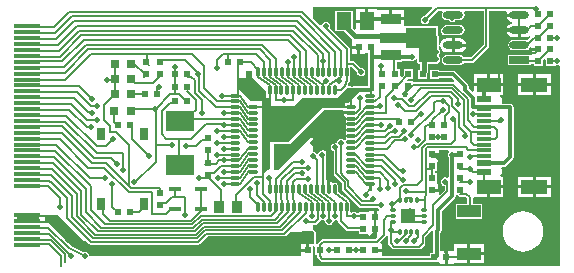
<source format=gtl>
G04*
G04 #@! TF.GenerationSoftware,Altium Limited,Altium Designer,18.1.7 (191)*
G04*
G04 Layer_Physical_Order=1*
G04 Layer_Color=255*
%FSLAX44Y44*%
%MOMM*%
G71*
G01*
G75*
%ADD10C,0.2000*%
%ADD12C,0.1500*%
%ADD13R,2.2500X0.3500*%
%ADD14R,0.8000X0.8000*%
%ADD15R,0.6000X0.6000*%
%ADD16R,0.6000X0.6000*%
%ADD17R,2.0000X1.1000*%
%ADD18R,1.7000X0.6500*%
%ADD19O,1.7000X0.6500*%
%ADD20R,2.6000X1.7000*%
%ADD21R,1.7000X0.9000*%
%ADD22R,2.5000X0.9000*%
%ADD23R,1.0000X0.4500*%
%ADD24R,0.2800X0.2800*%
%ADD25O,0.2800X0.6600*%
%ADD26O,0.6600X0.2800*%
%ADD27R,1.2500X1.2500*%
%ADD28R,1.3000X1.5000*%
%ADD29R,1.1500X0.6000*%
%ADD30R,1.1500X0.3000*%
%ADD31R,0.9300X0.9800*%
%ADD32R,0.7000X1.1000*%
G04:AMPARAMS|DCode=33|XSize=0.3mm|YSize=0.8mm|CornerRadius=0.075mm|HoleSize=0mm|Usage=FLASHONLY|Rotation=180.000|XOffset=0mm|YOffset=0mm|HoleType=Round|Shape=RoundedRectangle|*
%AMROUNDEDRECTD33*
21,1,0.3000,0.6500,0,0,180.0*
21,1,0.1500,0.8000,0,0,180.0*
1,1,0.1500,-0.0750,0.3250*
1,1,0.1500,0.0750,0.3250*
1,1,0.1500,0.0750,-0.3250*
1,1,0.1500,-0.0750,-0.3250*
%
%ADD33ROUNDEDRECTD33*%
G04:AMPARAMS|DCode=34|XSize=0.3mm|YSize=0.8mm|CornerRadius=0.075mm|HoleSize=0mm|Usage=FLASHONLY|Rotation=90.000|XOffset=0mm|YOffset=0mm|HoleType=Round|Shape=RoundedRectangle|*
%AMROUNDEDRECTD34*
21,1,0.3000,0.6500,0,0,90.0*
21,1,0.1500,0.8000,0,0,90.0*
1,1,0.1500,0.3250,0.0750*
1,1,0.1500,0.3250,-0.0750*
1,1,0.1500,-0.3250,-0.0750*
1,1,0.1500,-0.3250,0.0750*
%
%ADD34ROUNDEDRECTD34*%
%ADD35R,2.4000X1.7000*%
%ADD64C,0.3000*%
%ADD65C,0.4000*%
%ADD66R,1.6000X0.4000*%
%ADD67R,3.6000X0.4000*%
%ADD68R,1.5000X2.2000*%
%ADD69R,0.6000X0.8000*%
%ADD70R,0.4000X3.7000*%
%ADD71R,1.9000X0.6000*%
%ADD72R,2.0000X1.2000*%
%ADD73R,2.3000X1.2000*%
%ADD74C,0.5080*%
G36*
X524222Y502827D02*
X518004Y496609D01*
X518000Y496609D01*
X516619Y496335D01*
X515448Y495552D01*
X514665Y494381D01*
X514391Y493000D01*
X514665Y491619D01*
X515448Y490448D01*
X516619Y489665D01*
X518000Y489391D01*
X519381Y489665D01*
X520552Y490448D01*
X521335Y491619D01*
X521609Y493000D01*
X521609Y493004D01*
X529056Y500451D01*
X532350D01*
X533029Y499181D01*
X532747Y498758D01*
X532417Y497100D01*
X532747Y495442D01*
X533686Y494036D01*
X535092Y493097D01*
X536750Y492767D01*
X538235D01*
X538448Y492448D01*
X539619Y491665D01*
X541000Y491391D01*
X542381Y491665D01*
X543552Y492448D01*
X543765Y492767D01*
X547250D01*
X548908Y493097D01*
X550314Y494036D01*
X551253Y495442D01*
X551583Y497100D01*
X551253Y498758D01*
X550971Y499181D01*
X551650Y500451D01*
X567706D01*
Y471950D01*
X557050Y461294D01*
X550829D01*
X550314Y462064D01*
X548908Y463003D01*
X547250Y463333D01*
X536750D01*
X535092Y463003D01*
X533686Y462064D01*
X532747Y460658D01*
X532417Y459000D01*
X532747Y457342D01*
X533686Y455936D01*
X535092Y454997D01*
X536750Y454667D01*
X547250D01*
X548908Y454997D01*
X550314Y455936D01*
X550829Y456706D01*
X558000D01*
X558878Y456881D01*
X559622Y457378D01*
X571622Y469378D01*
X572119Y470122D01*
X572294Y471000D01*
Y500706D01*
X586849D01*
X587448Y499586D01*
X587296Y499359D01*
X587099Y498370D01*
X598000D01*
Y495830D01*
X587099D01*
X587296Y494841D01*
X588576Y492926D01*
X590491Y491646D01*
X591740Y491397D01*
Y490103D01*
X590491Y489854D01*
X588576Y488574D01*
X587296Y486659D01*
X587099Y485670D01*
X598000D01*
Y484400D01*
X599270D01*
Y478497D01*
X603250D01*
X605509Y478946D01*
X606704Y479744D01*
X607514Y478758D01*
X604534Y475778D01*
X603250Y476033D01*
X592750D01*
X591092Y475703D01*
X589686Y474764D01*
X588747Y473358D01*
X588417Y471700D01*
X588747Y470042D01*
X589686Y468636D01*
X591092Y467697D01*
X592750Y467367D01*
X603250D01*
X604908Y467697D01*
X606314Y468636D01*
X607110Y469827D01*
X608102Y469721D01*
X608380Y469616D01*
Y469270D01*
X613920D01*
Y466730D01*
X608380D01*
Y464156D01*
X607500Y463250D01*
X607437Y463250D01*
X588500D01*
Y454750D01*
X607500D01*
Y455706D01*
X609920D01*
Y454000D01*
X617920D01*
Y458676D01*
X618907Y459662D01*
X620080Y459176D01*
Y454000D01*
X628080D01*
Y454000D01*
X629350Y454520D01*
X630000Y454391D01*
X630730Y454536D01*
X632000Y453668D01*
Y285000D01*
X423000D01*
Y300996D01*
X423486Y301443D01*
X424073Y301624D01*
X425080Y300832D01*
Y294000D01*
X426451D01*
Y293000D01*
X426645Y292024D01*
X427198Y291198D01*
X429198Y289198D01*
X430024Y288645D01*
X431000Y288451D01*
X521920D01*
Y288000D01*
X529920D01*
X530540Y286987D01*
Y286460D01*
X534810D01*
Y292000D01*
Y297540D01*
X531059D01*
Y312733D01*
X531163Y312837D01*
X531163Y312837D01*
X531826Y313829D01*
X532059Y315000D01*
X532059Y315000D01*
Y330733D01*
X543163Y341837D01*
X543163Y341837D01*
X543826Y342830D01*
X544059Y344000D01*
Y344920D01*
X545662D01*
X546198Y344118D01*
X547025Y343565D01*
X548000Y343371D01*
X552024D01*
X553451Y341944D01*
Y337500D01*
X544000D01*
Y324500D01*
X566000D01*
Y337500D01*
X558549D01*
Y342297D01*
X559194Y343135D01*
X559792Y343260D01*
X570560D01*
Y351800D01*
X571830D01*
Y353070D01*
X584370D01*
Y360340D01*
X581962D01*
X581576Y361610D01*
X582064Y361936D01*
X583003Y363342D01*
X583333Y365000D01*
X583003Y366658D01*
X582661Y367171D01*
X583340Y368441D01*
X584500D01*
X584500Y368441D01*
X585671Y368674D01*
X586663Y369337D01*
X592163Y374837D01*
X592826Y375830D01*
X593059Y377000D01*
Y419000D01*
X592826Y420171D01*
X592163Y421163D01*
X591171Y421826D01*
X590000Y422059D01*
X583493D01*
X582895Y423179D01*
X583003Y423342D01*
X583333Y425000D01*
X583003Y426658D01*
X582064Y428064D01*
X581427Y428490D01*
X581812Y429760D01*
X584370D01*
Y437030D01*
X571830D01*
X559290D01*
Y432695D01*
X558117Y432209D01*
X555059Y435267D01*
Y437000D01*
X555059Y437000D01*
X554826Y438171D01*
X554163Y439163D01*
X544163Y449163D01*
X543171Y449826D01*
X542000Y450059D01*
X542000Y450059D01*
X530080D01*
Y451000D01*
X522080D01*
Y443000D01*
X530080D01*
Y443941D01*
X540733D01*
X543008Y441667D01*
X542968Y441396D01*
X542000Y440294D01*
X508000D01*
X508000Y440294D01*
Y440920D01*
X503210D01*
X502722Y442092D01*
X503702Y443080D01*
X508000D01*
Y451080D01*
X500000D01*
Y446587D01*
X498174Y444747D01*
X497000Y445231D01*
Y451080D01*
X494549D01*
Y457500D01*
X498500D01*
Y458376D01*
X508000D01*
X509148Y458852D01*
X509335Y459302D01*
X509552Y459448D01*
X510106Y460277D01*
X511376Y459892D01*
Y457000D01*
X511852Y455852D01*
X513000Y455376D01*
X513351D01*
Y451000D01*
X511920D01*
Y443000D01*
X519920D01*
Y448190D01*
X520217Y448634D01*
X520489Y450000D01*
Y455376D01*
X528000D01*
X529148Y455852D01*
X529624Y457000D01*
Y457555D01*
X530335Y458619D01*
X530609Y460000D01*
X530335Y461381D01*
X529624Y462445D01*
Y463555D01*
X530335Y464619D01*
X530609Y466000D01*
X530335Y467381D01*
X529624Y468445D01*
Y471339D01*
X530894Y471464D01*
X531035Y470753D01*
X531296Y469441D01*
X532576Y467526D01*
X534491Y466246D01*
X536750Y465797D01*
X540730D01*
Y471700D01*
Y477603D01*
X536750D01*
X534491Y477154D01*
X532576Y475874D01*
X531296Y473959D01*
X531035Y472647D01*
X530894Y471936D01*
X529624Y472061D01*
Y479000D01*
X529148Y480148D01*
X529000Y480209D01*
Y487500D01*
X501310D01*
X501000Y487500D01*
X500040Y488248D01*
Y492730D01*
X489000D01*
Y494000D01*
X487730D01*
Y501040D01*
X478192Y501040D01*
X477540Y502040D01*
X477308Y502040D01*
X469770D01*
Y492000D01*
X468500D01*
Y490730D01*
X459460D01*
Y485246D01*
X458287Y484760D01*
X457000Y486047D01*
Y500500D01*
X442000D01*
Y483500D01*
X449453D01*
X456213Y476741D01*
X456380Y475540D01*
X456380Y475540D01*
X456380Y475540D01*
Y471270D01*
X461920D01*
Y470000D01*
X463190D01*
Y464460D01*
X467460D01*
Y464987D01*
X467560Y465151D01*
X469155Y465323D01*
X469376Y465102D01*
Y436644D01*
X453461D01*
X452749Y437695D01*
X453731Y440150D01*
X453802Y440198D01*
X454355Y441025D01*
X454549Y442000D01*
Y453451D01*
X455944D01*
X460391Y449004D01*
X460391Y449000D01*
X460665Y447619D01*
X461448Y446448D01*
X462619Y445665D01*
X464000Y445391D01*
X465381Y445665D01*
X466552Y446448D01*
X467335Y447619D01*
X467609Y449000D01*
X467335Y450381D01*
X466552Y451552D01*
X465381Y452335D01*
X464000Y452609D01*
X463996Y452609D01*
X458802Y457802D01*
X457976Y458355D01*
X457000Y458549D01*
X454549D01*
Y468000D01*
X454355Y468975D01*
X453802Y469802D01*
X437195Y486410D01*
X437335Y486619D01*
X437609Y488000D01*
X437335Y489381D01*
X436552Y490552D01*
X435381Y491335D01*
X434000Y491609D01*
X432619Y491335D01*
X431448Y490552D01*
X430665Y489381D01*
X430558Y488843D01*
X429180Y488425D01*
X423000Y494605D01*
Y504000D01*
X523736D01*
X524222Y502827D01*
D02*
G37*
G36*
X472000Y432000D02*
X462000Y432000D01*
X453000Y423000D01*
X450000Y423000D01*
X450000Y420000D01*
X407000Y420000D01*
X414000Y427000D01*
X444000D01*
X452020Y435020D01*
X472000D01*
Y432000D01*
D02*
G37*
G36*
X449164Y415770D02*
X455750D01*
Y413230D01*
X449249D01*
X449401Y412466D01*
X450128Y411378D01*
X450845Y410899D01*
X450716Y410250D01*
Y408750D01*
X450852Y408067D01*
X451238Y407488D01*
Y406512D01*
X450852Y405933D01*
X450716Y405250D01*
Y403750D01*
X450852Y403067D01*
X451238Y402488D01*
Y401512D01*
X450852Y400933D01*
X450716Y400250D01*
Y398750D01*
X450852Y398067D01*
X451238Y397488D01*
Y396512D01*
X450852Y395933D01*
X450716Y395250D01*
Y393750D01*
X450852Y393067D01*
X451123Y392660D01*
X450914Y391870D01*
X450214Y391555D01*
X449584Y391505D01*
X449552Y391552D01*
X448381Y392335D01*
X447000Y392609D01*
X445619Y392335D01*
X444448Y391552D01*
X443665Y390381D01*
X443391Y389000D01*
X442181Y388573D01*
X442000Y388609D01*
X440619Y388335D01*
X439448Y387552D01*
X438665Y386381D01*
X438391Y385000D01*
X438665Y383619D01*
X439448Y382448D01*
X440619Y381665D01*
X440706Y381648D01*
Y363000D01*
X440881Y362122D01*
X441378Y361378D01*
X447706Y355050D01*
Y350000D01*
X447881Y349122D01*
X448378Y348378D01*
X462378Y334378D01*
X463122Y333881D01*
X464000Y333706D01*
X478275D01*
X478448Y333448D01*
X479402Y332810D01*
X479291Y331804D01*
X479191Y331540D01*
X477350D01*
Y326000D01*
X474810D01*
Y331540D01*
X470540D01*
Y331013D01*
X469920Y330000D01*
X461920D01*
Y329549D01*
X460554D01*
X460552Y329552D01*
X459381Y330335D01*
X458000Y330609D01*
X456619Y330335D01*
X455819Y329800D01*
X454638Y330283D01*
X454549Y330363D01*
Y334500D01*
X454534Y334574D01*
Y337750D01*
X454398Y338433D01*
X454263Y338636D01*
X454273Y338807D01*
X453983Y339654D01*
X453390Y340325D01*
X444034Y347453D01*
Y353500D01*
X443899Y354183D01*
X443512Y354762D01*
X442933Y355149D01*
X442250Y355284D01*
X440750D01*
X440101Y355155D01*
X439622Y355872D01*
X438534Y356599D01*
X437770Y356751D01*
Y350250D01*
X435230D01*
Y357058D01*
X434549Y357617D01*
Y378697D01*
X434609Y379000D01*
X434549Y379304D01*
Y380000D01*
X434355Y380975D01*
X433802Y381802D01*
X432975Y382355D01*
X432000Y382549D01*
X431652Y382480D01*
X431000Y382609D01*
X429619Y382335D01*
X428448Y381552D01*
X427665Y380381D01*
X427531Y379703D01*
X426975Y379554D01*
X426209Y379569D01*
X425552Y380552D01*
X424381Y381335D01*
X423000Y381609D01*
Y393000D01*
X421000D01*
X394000Y366000D01*
X390000Y366000D01*
Y388000D01*
X404000D01*
X423000Y407000D01*
Y407704D01*
X432247Y416951D01*
X448269D01*
X449164Y415770D01*
D02*
G37*
G36*
X383000Y433000D02*
Y427000D01*
X387000D01*
Y420000D01*
Y419000D01*
X432000D01*
X403000Y390000D01*
X387000D01*
Y368000D01*
X380000Y362000D01*
Y419000D01*
X380000Y424000D01*
X371000Y424000D01*
X360000Y435000D01*
X360000Y444000D01*
X372000D01*
X383000Y433000D01*
D02*
G37*
G36*
X538236Y381988D02*
X538370Y381436D01*
X537665Y380381D01*
X537391Y379000D01*
X537665Y377619D01*
X537941Y377206D01*
Y359820D01*
X536671Y359141D01*
X536381Y359335D01*
X535000Y359609D01*
X533619Y359335D01*
X532448Y358552D01*
X531665Y357381D01*
X531391Y356000D01*
X531665Y354619D01*
X532448Y353448D01*
X533619Y352665D01*
X534706Y352449D01*
Y348950D01*
X530713Y344958D01*
X529540Y345444D01*
Y347650D01*
X524000D01*
Y350190D01*
X529540D01*
Y354460D01*
X529013D01*
X528000Y355080D01*
Y363080D01*
X526294D01*
Y364920D01*
X528000D01*
Y372920D01*
X529013Y373540D01*
X529540D01*
Y377810D01*
X524000D01*
Y380350D01*
X529540D01*
Y382706D01*
X537889D01*
X538236Y381988D01*
D02*
G37*
G36*
X432000Y323391D02*
X432181Y323427D01*
X433391Y323000D01*
X433665Y321619D01*
X434448Y320448D01*
X435619Y319665D01*
X437000Y319391D01*
X438381Y319665D01*
X439552Y320448D01*
X440335Y321619D01*
X440609Y323000D01*
X441819Y323427D01*
X442000Y323391D01*
X443181Y323626D01*
X443922Y323278D01*
X444477Y322870D01*
X444645Y322024D01*
X445198Y321198D01*
X451198Y315198D01*
X452024Y314645D01*
X453000Y314451D01*
X461920D01*
Y312000D01*
X469920D01*
X470540Y310987D01*
Y310460D01*
X474810D01*
Y316000D01*
X477350D01*
Y310088D01*
X477682Y309287D01*
X475944Y307549D01*
X432000D01*
X431025Y307355D01*
X430198Y306802D01*
X427278Y303882D01*
X426834Y303218D01*
X425625Y303538D01*
X425624Y303540D01*
Y313082D01*
X425616Y313099D01*
X425623Y313117D01*
X425380Y313671D01*
X425148Y314230D01*
X425131Y314237D01*
X425123Y314254D01*
X424206Y315133D01*
X424188Y315140D01*
X424180Y315157D01*
X423611Y315364D01*
X423048Y315584D01*
X423000Y316756D01*
Y319451D01*
X425000D01*
X425010Y319453D01*
X425020Y319451D01*
X425495Y319550D01*
X425975Y319645D01*
X425984Y319651D01*
X425994Y319653D01*
X426397Y319927D01*
X426802Y320198D01*
X426808Y320206D01*
X426817Y320212D01*
X428881Y322310D01*
X429148Y322717D01*
X429419Y323122D01*
X429529Y323186D01*
X430465Y323598D01*
X430602Y323625D01*
X430814Y323627D01*
X432000Y323391D01*
D02*
G37*
G36*
X524714Y314096D02*
X524941Y313901D01*
Y296000D01*
X521920D01*
Y293549D01*
X481620D01*
Y296730D01*
X476080D01*
Y299270D01*
X481620D01*
Y303540D01*
X480804D01*
X480318Y304713D01*
X484802Y309198D01*
X485355Y310025D01*
X485436Y310432D01*
X486706Y310307D01*
Y304000D01*
X486881Y303122D01*
X487378Y302378D01*
X490378Y299378D01*
X491122Y298881D01*
X492000Y298706D01*
X492000Y298706D01*
X507000D01*
X507000Y298706D01*
X513000Y298706D01*
X513878Y298881D01*
X514622Y299378D01*
X517622Y302378D01*
X518119Y303122D01*
X518294Y304000D01*
Y309050D01*
X523746Y314502D01*
X524714Y314096D01*
D02*
G37*
G36*
X207000Y328000D02*
X229381Y305619D01*
X231095Y305693D01*
X233410Y303378D01*
X233411Y303378D01*
X234155Y302881D01*
X235033Y302706D01*
X235033Y302706D01*
X326000D01*
X326878Y302881D01*
X327622Y303378D01*
X333950Y309706D01*
X399000D01*
X399878Y309881D01*
X400622Y310378D01*
X403355Y313111D01*
X423083Y313960D01*
X424000Y313082D01*
Y303540D01*
X420190D01*
Y298000D01*
X418920D01*
Y296730D01*
X413380D01*
Y293000D01*
X233609Y293000D01*
X233609Y293000D01*
X233335Y294381D01*
X232552Y295552D01*
X231381Y296335D01*
X230000Y296609D01*
X228639Y296339D01*
X218355Y301876D01*
X216231Y303882D01*
X216364Y304240D01*
X216062Y304442D01*
X213251Y306749D01*
X211965Y308035D01*
X211965D01*
X199000Y321000D01*
X196000D01*
X196000Y328000D01*
X207000Y328000D01*
D02*
G37*
%LPC*%
G36*
X490270Y501040D02*
Y495270D01*
X500040D01*
Y501040D01*
X490270D01*
D02*
G37*
G36*
X467230Y502040D02*
X459460D01*
Y493270D01*
X467230D01*
Y502040D01*
D02*
G37*
G36*
X547250Y488733D02*
X536750D01*
X535092Y488403D01*
X533686Y487464D01*
X533584Y487311D01*
X532448Y486552D01*
X531665Y485381D01*
X531391Y484000D01*
X531665Y482619D01*
X532448Y481448D01*
X533619Y480665D01*
X535000Y480391D01*
X535078Y480406D01*
X535092Y480397D01*
X536750Y480067D01*
X547250D01*
X548908Y480397D01*
X550314Y481336D01*
X551253Y482742D01*
X551583Y484400D01*
X551253Y486058D01*
X550314Y487464D01*
X548908Y488403D01*
X547250Y488733D01*
D02*
G37*
G36*
X596730Y483130D02*
X587099D01*
X587296Y482141D01*
X588576Y480226D01*
X590491Y478946D01*
X592750Y478497D01*
X596730D01*
Y483130D01*
D02*
G37*
G36*
X547250Y477603D02*
X543270D01*
Y472970D01*
X552901D01*
X552704Y473959D01*
X551424Y475874D01*
X549509Y477154D01*
X547250Y477603D01*
D02*
G37*
G36*
X552901Y470430D02*
X543270D01*
Y465797D01*
X547250D01*
X549509Y466246D01*
X551424Y467526D01*
X552704Y469441D01*
X552901Y470430D01*
D02*
G37*
G36*
X460650Y468730D02*
X456380D01*
Y464460D01*
X460650D01*
Y468730D01*
D02*
G37*
G36*
X624470Y446840D02*
X611700D01*
Y439570D01*
X624470D01*
Y446840D01*
D02*
G37*
G36*
X584370D02*
X573100D01*
Y439570D01*
X584370D01*
Y446840D01*
D02*
G37*
G36*
X570560D02*
X559290D01*
Y439570D01*
X570560D01*
Y446840D01*
D02*
G37*
G36*
X609160D02*
X596390D01*
Y439570D01*
X609160D01*
Y446840D01*
D02*
G37*
G36*
X624470Y437030D02*
X611700D01*
Y429760D01*
X624470D01*
Y437030D01*
D02*
G37*
G36*
X609160D02*
X596390D01*
Y429760D01*
X609160D01*
Y437030D01*
D02*
G37*
G36*
X624470Y360340D02*
X611700D01*
Y353070D01*
X624470D01*
Y360340D01*
D02*
G37*
G36*
X609160D02*
X596390D01*
Y353070D01*
X609160D01*
Y360340D01*
D02*
G37*
G36*
X624470Y350530D02*
X611700D01*
Y343260D01*
X624470D01*
Y350530D01*
D02*
G37*
G36*
X609160D02*
X596390D01*
Y343260D01*
X609160D01*
Y350530D01*
D02*
G37*
G36*
X584370D02*
X573100D01*
Y343260D01*
X584370D01*
Y350530D01*
D02*
G37*
G36*
X601000Y331082D02*
X597667Y330754D01*
X594463Y329782D01*
X591510Y328203D01*
X588921Y326079D01*
X586797Y323490D01*
X585218Y320537D01*
X584246Y317333D01*
X583918Y314000D01*
X584246Y310667D01*
X585218Y307463D01*
X586797Y304510D01*
X588921Y301921D01*
X591510Y299797D01*
X594463Y298218D01*
X597667Y297246D01*
X601000Y296918D01*
X604333Y297246D01*
X607537Y298218D01*
X610490Y299797D01*
X613079Y301921D01*
X615203Y304510D01*
X616782Y307463D01*
X617754Y310667D01*
X618082Y314000D01*
X617754Y317333D01*
X616782Y320537D01*
X615203Y323490D01*
X613079Y326079D01*
X610490Y328203D01*
X607537Y329782D01*
X604333Y330754D01*
X601000Y331082D01*
D02*
G37*
G36*
X567540Y303040D02*
X556270D01*
Y296270D01*
X567540D01*
Y303040D01*
D02*
G37*
G36*
Y293730D02*
X556270D01*
Y286960D01*
X567540D01*
Y293730D01*
D02*
G37*
G36*
X553730Y303040D02*
X542460D01*
Y298462D01*
X541620Y297540D01*
X541190Y297540D01*
X537350D01*
Y292000D01*
Y286460D01*
X541397D01*
X541620Y286460D01*
X542683Y286960D01*
X542890Y286960D01*
X553730D01*
Y295000D01*
Y303040D01*
D02*
G37*
G36*
X417650Y303540D02*
X413380D01*
Y299270D01*
X417650D01*
Y303540D01*
D02*
G37*
%LPD*%
D10*
X567000Y353000D02*
X568030Y354030D01*
Y364000D01*
X556080Y366920D02*
X556920D01*
X548000D02*
X556080D01*
X559000Y364000D01*
X556000Y367000D02*
X556080Y366920D01*
X559000Y364000D02*
X567000D01*
X559000Y413000D02*
X572000D01*
X492000Y337000D02*
X496000Y341000D01*
X488850Y331960D02*
X490000Y333110D01*
X535000Y330000D02*
X539000Y334000D01*
X473000Y494000D02*
X492000D01*
X471000Y495000D02*
X473000Y497000D01*
X471000Y494000D02*
Y495000D01*
X524000Y378000D02*
X525000Y377000D01*
X524000D02*
Y378000D01*
X481000Y450080D02*
X483000Y448080D01*
X524000Y349000D02*
X530000D01*
Y377000D01*
X536000Y294000D02*
X536080D01*
X505000Y328000D02*
X505786Y327214D01*
X476000Y316000D02*
Y333000D01*
X438000Y415000D02*
X456000D01*
X306000Y440000D02*
Y453000D01*
X315000Y424000D02*
Y425000D01*
X329080Y391080D02*
X334000D01*
X290000Y387000D02*
Y418000D01*
X405000Y382000D02*
X423000Y400000D01*
X403000Y384000D02*
X405000Y382000D01*
X394000Y369000D02*
X395000Y370000D01*
X272000Y355000D02*
X290000Y373000D01*
X253000Y335000D02*
X258000Y330000D01*
X555000Y292000D02*
X556000Y293000D01*
X536080Y292000D02*
X555000D01*
X556000Y333000D02*
Y343000D01*
X553080Y345920D02*
X556000Y343000D01*
X548000Y345920D02*
X553080D01*
X556920Y366920D02*
X557000Y367000D01*
X555080Y356080D02*
X556000Y357000D01*
X548000Y356080D02*
X555080D01*
X472000Y429500D02*
Y470000D01*
X492000Y447080D02*
Y461000D01*
X473000Y462000D02*
X498000D01*
X533920Y393920D02*
X534000Y394000D01*
X524000Y393920D02*
X533920D01*
X377000Y451000D02*
X377000D01*
X177000Y397000D02*
X211000D01*
X357700Y335000D02*
Y344700D01*
X536000Y294000D02*
Y296000D01*
Y293000D02*
Y294000D01*
X523960Y378040D02*
X524000Y378000D01*
X443920Y298000D02*
X444920D01*
X438000D02*
X443920D01*
X533000Y310000D02*
X535000Y312000D01*
X533000Y299000D02*
Y310000D01*
Y299000D02*
X536000Y296000D01*
X432000Y305000D02*
X477000D01*
X429080Y302080D02*
X432000Y305000D01*
X429080Y298000D02*
Y302080D01*
X429000Y293000D02*
Y297000D01*
Y293000D02*
X431000Y291000D01*
X483000Y298000D02*
X485000Y300000D01*
X476080Y298000D02*
X483000D01*
X431000Y291000D02*
X523920D01*
X483000Y311000D02*
Y324000D01*
X477000Y305000D02*
X483000Y311000D01*
X490000Y337000D02*
X492000D01*
X490000Y333110D02*
Y337000D01*
X487000Y351000D02*
Y357000D01*
X452000Y442000D02*
Y448500D01*
X471500Y419000D02*
X480000D01*
X513500Y413000D02*
Y413580D01*
X506000Y405920D02*
X507000Y406920D01*
X505920D02*
X507000D01*
X351000Y457080D02*
Y464000D01*
X350920Y457000D02*
X351000Y457080D01*
Y464000D02*
X375000D01*
X347000D02*
X351000D01*
X342000Y459000D02*
X347000Y464000D01*
X342000Y452000D02*
Y459000D01*
X361080Y457000D02*
X371000D01*
X361000D02*
X361080D01*
X371000D02*
X377000Y451000D01*
X375000Y464000D02*
X382000Y457000D01*
X407000Y447500D02*
Y462000D01*
X496000Y394000D02*
X500500Y398500D01*
X249000Y442000D02*
X254000D01*
X528000Y503000D02*
X569000D01*
X518000Y493000D02*
X528000Y503000D01*
X432000Y350750D02*
Y380000D01*
X529000Y377000D02*
X530000D01*
X525000D02*
X529000D01*
X524000Y378000D02*
Y378080D01*
X523960Y378040D02*
X524000Y378080D01*
X417000Y447500D02*
Y467000D01*
X472000Y350000D02*
Y354000D01*
X412000Y447500D02*
Y458839D01*
X494000Y362000D02*
X498750Y357250D01*
X432000Y448500D02*
Y459500D01*
X342000Y424000D02*
X358500D01*
X283000Y456000D02*
Y464000D01*
X471500Y409000D02*
X497000D01*
X513790Y413290D02*
X514000Y413500D01*
X513500Y413000D02*
X513790Y413290D01*
X492900Y437221D02*
X494992Y437920D01*
X492000Y436920D02*
X492900Y437221D01*
X342000Y338000D02*
X345000D01*
X327000Y359000D02*
X334000D01*
X334000Y372080D02*
Y380920D01*
Y371000D02*
Y372080D01*
Y371000D02*
X341000D01*
X332000D02*
X334000D01*
X316000Y408000D02*
X321000Y413000D01*
X302000Y423000D02*
X305920D01*
X233000Y415000D02*
X236000D01*
X270000Y392000D02*
Y404000D01*
X422000Y327000D02*
Y336000D01*
X427000Y324162D02*
Y335000D01*
X178000Y392000D02*
X209000D01*
X288000Y440000D02*
X296000Y448000D01*
X280000Y445000D02*
Y448000D01*
X268000Y430000D02*
X280920D01*
X453000Y317000D02*
X467000D01*
X480000Y438000D02*
X482000D01*
X480000Y428000D02*
Y438000D01*
X294000Y338000D02*
X299000D01*
X514000Y413500D02*
X514500D01*
X513250Y412750D02*
X513500Y413000D01*
X507290Y406790D02*
X513250Y412750D01*
X500000Y399000D02*
X500500Y398500D01*
X492500Y391000D02*
X500000D01*
X485500Y384000D02*
X492500Y391000D01*
X471500Y384000D02*
X485500D01*
X513500Y413580D02*
X513790Y413290D01*
X507080Y407000D02*
X507290Y406790D01*
X501000Y392000D02*
Y392000D01*
X500000Y391000D02*
X501000Y392000D01*
X471500Y389000D02*
X484500D01*
X489500Y394000D02*
X496000D01*
X484500Y389000D02*
X489500Y394000D01*
X488000Y403000D02*
X489000D01*
X484000Y399000D02*
X488000Y403000D01*
X471500Y399000D02*
X484000D01*
X492000Y398000D02*
X493000Y399000D01*
X488500Y398000D02*
X492000D01*
X484500Y394000D02*
X488500Y398000D01*
X471500Y394000D02*
X484500D01*
X471500Y424000D02*
X476000D01*
X480000Y428000D01*
X496000Y366000D02*
X499000D01*
X499500Y366500D01*
Y365000D02*
Y366500D01*
X492500Y354500D02*
Y357500D01*
Y353500D02*
Y354500D01*
X480000Y364000D02*
X487000Y357000D01*
X480000Y349500D02*
Y358000D01*
X479000Y359000D02*
X480000Y358000D01*
X431500Y350250D02*
X432000Y350750D01*
X310000Y430000D02*
X315000Y425000D01*
X306000Y430000D02*
X310000D01*
X306000D02*
Y435000D01*
X302000Y430000D02*
X306000D01*
X290000Y418000D02*
X302000Y430000D01*
X305920Y436000D02*
Y440000D01*
Y433920D02*
Y436000D01*
X320000Y445000D02*
X323000Y442000D01*
X317080Y445000D02*
X320000D01*
X315000Y459000D02*
X326000Y448000D01*
X295920Y459000D02*
X315000D01*
X294000Y457080D02*
X295920Y459000D01*
X294000Y346080D02*
Y351000D01*
Y346000D02*
Y346080D01*
X299000Y338000D02*
X304000Y343000D01*
X287000Y329000D02*
X299000D01*
X287000D02*
Y347000D01*
X299000Y329000D02*
X303000Y333000D01*
X276000Y330000D02*
X280000Y334000D01*
X268080Y330000D02*
X276000D01*
X269000Y351000D02*
X294000D01*
X474000Y312000D02*
X476080Y314080D01*
Y316000D01*
X535000Y312000D02*
Y330000D01*
X524000Y347920D02*
Y349000D01*
Y346920D02*
Y347920D01*
X306000Y343000D02*
Y349000D01*
X463000Y418000D02*
Y424000D01*
X506080Y407000D02*
X507080D01*
X506000D02*
X506080D01*
X505920Y406920D02*
X506000Y407000D01*
X418000Y322000D02*
X425000D01*
X427064Y324098D01*
X437000Y323000D02*
Y334500D01*
X447000Y329000D02*
Y334500D01*
X447000Y329000D02*
X447000Y329000D01*
X447000Y323000D02*
Y329000D01*
Y323000D02*
X453000Y317000D01*
X481000Y450080D02*
Y454000D01*
X377000Y334500D02*
Y336000D01*
X370000Y343000D02*
X377000Y336000D01*
X370000Y343000D02*
Y350000D01*
X386000Y368000D02*
Y419500D01*
X382000Y364000D02*
X386000Y368000D01*
X381000Y363000D02*
X382000Y364000D01*
X381000Y360000D02*
Y363000D01*
Y346000D02*
Y360000D01*
X373000D02*
X381000D01*
Y346000D02*
X387000Y340000D01*
X376000Y345000D02*
Y353000D01*
Y345000D02*
X382000Y339000D01*
X357700Y344700D02*
X373000Y360000D01*
X346000Y429000D02*
X357080D01*
X267000Y347000D02*
X287000D01*
X345000Y338000D02*
Y349000D01*
X334920Y359080D02*
X345000Y349000D01*
X334920Y359000D02*
Y359080D01*
X339000Y363000D02*
X345000Y369000D01*
X336000Y363000D02*
X339000D01*
X335000Y362000D02*
X336000Y363000D01*
X386000Y359000D02*
X386500Y358500D01*
Y350250D02*
Y358500D01*
X382000Y334500D02*
Y339000D01*
X382000Y364000D02*
Y366000D01*
X387000Y335500D02*
Y340000D01*
Y334500D02*
Y335500D01*
X483000Y324000D02*
X485960Y326960D01*
X488850D01*
X517250Y322214D02*
X519150D01*
X504786D02*
X517250D01*
X504000Y323000D02*
X504786Y322214D01*
X505786Y327214D02*
X517250D01*
X462000Y333000D02*
X476000D01*
X458000Y327000D02*
X465000D01*
X432000Y328000D02*
Y330000D01*
Y327000D02*
Y328000D01*
X431936Y328064D02*
X432000Y328000D01*
X431936Y328064D02*
Y333936D01*
X253000Y335000D02*
Y354000D01*
X234000Y359000D02*
X247000D01*
X206000Y387000D02*
X234000Y359000D01*
X290000Y373000D02*
Y387000D01*
X290000Y373000D02*
X290000D01*
X256000Y398000D02*
X267000Y387000D01*
Y354000D02*
Y387000D01*
X266000Y354000D02*
X267000D01*
X248000Y372000D02*
X266000Y354000D01*
X269000Y351000D01*
X246000Y368000D02*
X267000Y347000D01*
X233000Y368000D02*
X246000D01*
X209000Y392000D02*
X233000Y368000D01*
X236000Y372000D02*
X248000D01*
X211000Y397000D02*
X236000Y372000D01*
X238000Y376000D02*
X252000D01*
X238000Y376000D02*
X238000Y376000D01*
X211000Y403000D02*
X238000Y376000D01*
X252000Y376000D02*
X257000Y371000D01*
X262000Y366000D02*
Y380000D01*
X240000D02*
X262000D01*
X213000Y407000D02*
X240000Y380000D01*
X270000Y392000D02*
X284000Y378000D01*
X290000Y387000D02*
X304000D01*
X334000Y359920D02*
X334920Y359000D01*
X442000Y327000D02*
Y332000D01*
X437000Y334500D02*
X437500Y335000D01*
X422000Y336000D02*
X422000Y336000D01*
X431936Y333936D02*
X432000Y334000D01*
Y330000D02*
X432000Y330000D01*
X246000Y421000D02*
X253000Y428000D01*
X246000Y408000D02*
X251000Y403000D01*
Y398000D02*
Y403000D01*
Y398000D02*
X256000D01*
X272300Y440000D02*
X288000D01*
X269300Y443000D02*
X272300Y440000D01*
X272000Y456000D02*
X280000Y448000D01*
X269300Y456000D02*
X272000D01*
X507000Y406920D02*
X507080Y407000D01*
X255300Y443000D02*
Y455200D01*
Y430000D02*
Y443000D01*
X255000Y455500D02*
X255300Y455200D01*
X246000Y408000D02*
Y421000D01*
X423000Y400000D02*
Y400000D01*
X438000Y415000D01*
X248000Y386000D02*
X253000Y391000D01*
X248000Y386000D02*
Y386000D01*
X240000Y386000D02*
X248000D01*
X214000Y412000D02*
X240000Y386000D01*
X270000Y418000D02*
X289000D01*
X255000Y407000D02*
X258000Y404000D01*
X255000Y407000D02*
Y416000D01*
X218000Y422000D02*
X232000Y408000D01*
X189000Y422000D02*
X218000D01*
X232000Y408000D02*
X240000D01*
X241000Y409000D01*
X223000Y432000D02*
X235000Y420000D01*
X240000D01*
X291080Y435080D02*
X292000Y436000D01*
X291080Y430000D02*
Y435080D01*
X283000Y456000D02*
X284000Y455000D01*
X235000Y464000D02*
X283000D01*
X213000Y442000D02*
X235000Y464000D01*
X187000Y442000D02*
X213000D01*
X233000Y468000D02*
X378000D01*
X213000Y448000D02*
X233000Y468000D01*
X189000Y448000D02*
X213000D01*
X231000Y472000D02*
X380000D01*
X212000Y453000D02*
X231000Y472000D01*
X189000Y453000D02*
X212000D01*
X229000Y476000D02*
X402000D01*
X211000Y458000D02*
X229000Y476000D01*
X190000Y458000D02*
X211000D01*
X227000Y480000D02*
X404000D01*
X209000Y462000D02*
X227000Y480000D01*
X190000Y462000D02*
X209000D01*
X225000Y484000D02*
X406000D01*
X208000Y467000D02*
X225000Y484000D01*
X190000Y467000D02*
X208000D01*
X223000Y488000D02*
X408000D01*
X207000Y472000D02*
X223000Y488000D01*
X191000Y472000D02*
X207000D01*
X221000Y492000D02*
X410000D01*
X206000Y477000D02*
X221000Y492000D01*
X191000Y477000D02*
X206000D01*
X219000Y496000D02*
X412000D01*
X205000Y482000D02*
X219000Y496000D01*
X191000Y482000D02*
X205000D01*
X217000Y500000D02*
X414000D01*
X204000Y487000D02*
X217000Y500000D01*
X191000Y487000D02*
X204000D01*
X283000Y464000D02*
X321000D01*
X305920Y440000D02*
Y444000D01*
Y440000D02*
X306000D01*
X321000Y464000D02*
X331000Y454000D01*
Y435000D02*
Y454000D01*
X304000Y387000D02*
X305000D01*
X316000Y386000D02*
X324000D01*
X329080Y391080D01*
X299000Y392000D02*
X320000D01*
X295000Y396000D02*
X299000Y392000D01*
X310000Y378000D02*
Y391000D01*
X333000Y405000D02*
X347000D01*
X320000Y392000D02*
X333000Y405000D01*
X320000Y413000D02*
X324000Y417000D01*
Y425000D01*
X316080Y432920D02*
X324000Y425000D01*
X316080Y432920D02*
Y433000D01*
X295000Y416000D02*
X302000Y423000D01*
X295000Y396000D02*
Y416000D01*
X329000Y414000D02*
Y425000D01*
X323000Y431000D02*
X329000Y425000D01*
X323000Y431000D02*
Y442000D01*
X327000Y433000D02*
Y446000D01*
X326000Y447000D02*
X327000Y446000D01*
X341000Y419000D02*
X357080D01*
X327000Y433000D02*
X341000Y419000D01*
X331000Y435000D02*
X342000Y424000D01*
X459500Y414500D02*
X463000Y418000D01*
X455750Y414500D02*
X459500D01*
X394000Y384000D02*
X403000D01*
X394000Y371000D02*
Y384000D01*
Y369000D02*
Y371000D01*
X403000Y384000D02*
X405000D01*
X394000Y371000D02*
X395000Y370000D01*
X472000Y349000D02*
Y350000D01*
X471500Y349500D02*
Y354000D01*
Y349000D02*
Y349500D01*
X472000Y350000D01*
X468000Y346000D02*
X471500Y349500D01*
X468000Y345000D02*
Y346000D01*
X483000Y379000D02*
X496000Y366000D01*
X482000Y374000D02*
X494000Y362000D01*
X481000Y369000D02*
X492500Y357500D01*
X407000Y368000D02*
X419000D01*
X396500Y357500D02*
X407000Y368000D01*
X396500Y350250D02*
Y357500D01*
X406000Y373000D02*
X414000D01*
X391500Y358500D02*
X406000Y373000D01*
X391500Y350250D02*
Y358500D01*
X409000Y358000D02*
X419000D01*
X414000Y363000D02*
X415000Y362000D01*
X493000Y399000D02*
X494000D01*
X408000Y363000D02*
X414000D01*
X401500Y356500D02*
X408000Y363000D01*
X401500Y350250D02*
Y356500D01*
X471500Y379000D02*
X483000D01*
X481000Y374000D02*
X482000D01*
X481000Y374000D02*
X481000Y374000D01*
X471500Y369000D02*
X481000D01*
X471500Y364000D02*
X480000D01*
X471500Y359000D02*
X479000D01*
X452000Y327000D02*
X458000D01*
X406500Y355500D02*
X409000Y358000D01*
X406500Y350250D02*
Y355500D01*
X471500Y404000D02*
X481000D01*
X479000Y374000D02*
X481000D01*
X472500D02*
X479000D01*
X491000Y434000D02*
Y436000D01*
X485000Y428000D02*
X491000Y434000D01*
X494992Y437920D02*
X504000Y447000D01*
X485000Y414000D02*
Y428000D01*
X377000Y451000D02*
Y452000D01*
Y448500D02*
Y451000D01*
X469500Y399000D02*
X471500D01*
X360000Y430000D02*
Y456000D01*
X491000Y436000D02*
X492000Y437000D01*
X497000Y463000D02*
X498000Y462000D01*
X507000D01*
X499000Y476000D02*
X511000D01*
X462000Y462000D02*
Y469000D01*
X472000Y470000D02*
X472080D01*
X434000Y486000D02*
Y488000D01*
Y486000D02*
X452000Y468000D01*
Y456000D02*
Y468000D01*
Y327000D02*
Y334500D01*
X471500Y414000D02*
X485000D01*
X457000Y456000D02*
X463000Y450000D01*
X452000Y456000D02*
X457000D01*
X187000Y327000D02*
X202033D01*
X187000Y322000D02*
X202033D01*
X232000Y402000D02*
X235000D01*
X217000Y417000D02*
X232000Y402000D01*
X191000Y417000D02*
X217000D01*
X221000Y427000D02*
X233000Y415000D01*
X190000Y427000D02*
X221000D01*
X191000Y432000D02*
X223000D01*
X225000Y437000D02*
X235000Y427000D01*
X192000Y437000D02*
X225000D01*
X315000Y414000D02*
X315080Y414080D01*
X357080Y414000D02*
X359500D01*
X348000D02*
X357080D01*
X347000D02*
X348000D01*
X311000Y413000D02*
X313000Y415000D01*
X399000Y425000D02*
X406500D01*
X391500D02*
X399000D01*
X406500D02*
Y432000D01*
X391500Y425000D02*
Y433750D01*
X190000Y403000D02*
X211000D01*
X447000Y450000D02*
Y467000D01*
X414000Y500000D02*
X447000Y467000D01*
X442000Y457000D02*
Y466000D01*
X412000Y496000D02*
X442000Y466000D01*
X437000Y448500D02*
Y465000D01*
X410000Y492000D02*
X437000Y465000D01*
X432000Y459500D02*
Y464000D01*
X408000Y488000D02*
X432000Y464000D01*
X427000Y448500D02*
Y463000D01*
X406000Y484000D02*
X427000Y463000D01*
X404000Y480000D02*
X417000Y467000D01*
X412064Y458902D02*
Y465936D01*
X402000Y476000D02*
X412064Y465936D01*
X442000Y448500D02*
Y457000D01*
Y447500D02*
Y448500D01*
X437000Y447500D02*
Y448500D01*
X432000Y447500D02*
Y448500D01*
X427000Y447500D02*
Y448500D01*
X347000Y405000D02*
X348000Y404000D01*
X357080Y359000D02*
X359500D01*
X343000D02*
X357080D01*
X342000D02*
X343000D01*
X357080Y364000D02*
X359500D01*
X348000D02*
X357080D01*
X347000D02*
X348000D01*
X469500Y369000D02*
X471500D01*
X468500Y359000D02*
X471500D01*
X468500Y379000D02*
X471500D01*
X190000Y387000D02*
X206000D01*
X386000Y419500D02*
X454500D01*
X372250D02*
X386000D01*
Y420000D01*
X334000Y359920D02*
Y360000D01*
X357080Y354000D02*
X358500D01*
X348000D02*
X357080D01*
X347000D02*
X348000D01*
X334000Y370000D02*
Y371000D01*
X321000Y409000D02*
Y413000D01*
X357080Y409000D02*
X358000D01*
X321000D02*
X357080D01*
Y394000D02*
X359500D01*
X348000D02*
X357080D01*
X347000D02*
X348000D01*
X357080Y389000D02*
X358500D01*
X342000D02*
X357080D01*
Y384000D02*
X359500D01*
X348000D02*
X357080D01*
X347000D02*
X348000D01*
X357080Y379000D02*
X359500D01*
X342000D02*
X357080D01*
X341000D02*
X342000D01*
X345000Y369000D02*
X357080D01*
X358500D01*
X357080Y424000D02*
X358500D01*
X351000D02*
X357080D01*
Y404000D02*
X358500D01*
X348000D02*
X357080D01*
X344000Y374000D02*
X348000D01*
X341000Y371000D02*
X344000Y374000D01*
X348000Y374000D02*
X357080D01*
X346000D02*
X348000D01*
X452000Y448500D02*
Y456000D01*
X469000Y404000D02*
X471500D01*
X402000Y448500D02*
Y457000D01*
Y446500D02*
Y448500D01*
X407000Y447500D02*
X407000Y447500D01*
X470500Y394000D02*
X471500D01*
X470500Y384000D02*
X471500D01*
X470500Y389000D02*
X471500D01*
X386500Y420000D02*
X386500Y420000D01*
Y433750D01*
X454500Y419500D02*
X454500Y419500D01*
X382000Y448500D02*
Y457000D01*
X358500Y429000D02*
X358807D01*
X377000Y447500D02*
Y448500D01*
X357080Y374000D02*
X358500D01*
X387000Y445500D02*
X387000Y448500D01*
X470500Y364000D02*
X471500D01*
X387000Y448500D02*
Y459000D01*
X342000Y399000D02*
X357000D01*
X392000Y450000D02*
Y460000D01*
X380000Y472000D02*
X392000Y460000D01*
X378000Y468000D02*
X387000Y459000D01*
X479000Y374000D02*
X479000Y374000D01*
X348000D02*
X348000Y374000D01*
X192000Y412000D02*
X214000D01*
X209000Y335000D02*
Y342000D01*
X199000Y352000D02*
X209000Y342000D01*
X188000Y352000D02*
X199000D01*
X235000Y401000D02*
Y402000D01*
X191000Y407000D02*
X213000D01*
X280000Y393000D02*
X280500Y392500D01*
X427000Y324162D02*
X427064Y324098D01*
X358500Y424000D02*
X358500Y424000D01*
X412000Y458839D02*
X412064Y458902D01*
X442000Y457000D02*
X442000Y457000D01*
X432000Y459500D02*
X432000Y459500D01*
X317000Y371000D02*
X317080D01*
X387000Y335500D02*
X387000Y335500D01*
D12*
X567000Y383000D02*
X571000D01*
X518500Y367000D02*
X524000D01*
X511500Y340250D02*
X517750D01*
X520000Y385000D02*
X553000D01*
X518500Y383500D02*
X520000Y385000D01*
X518500Y367000D02*
Y383500D01*
X543000Y391000D02*
Y409000D01*
X519000Y388000D02*
X540000D01*
X515500Y384500D02*
X519000Y388000D01*
X515500Y357500D02*
Y384500D01*
X554750Y383250D02*
X555000Y383000D01*
X553000Y385000D02*
X554750Y383250D01*
X540000Y388000D02*
X543000Y391000D01*
X444346Y442731D02*
X444692Y442962D01*
X444346Y442731D02*
X444346Y442731D01*
X436500Y437500D02*
X444346Y442731D01*
X584000Y468000D02*
Y485000D01*
X570000Y436000D02*
X572300Y438300D01*
X462260Y438710D02*
X467130Y443580D01*
X523000Y303000D02*
Y309000D01*
X514000Y294000D02*
X523000Y303000D01*
X492000Y294000D02*
X514000D01*
X489000Y315000D02*
Y322000D01*
X489250Y313750D02*
X496500D01*
X460000Y298000D02*
X465920D01*
X456000D02*
X460000D01*
X484000Y302000D02*
Y304000D01*
Y302000D02*
X489000Y297000D01*
X450000Y437000D02*
X452000Y442000D01*
X580500Y407500D02*
X581000Y407000D01*
X446750Y433750D02*
X450000Y437000D01*
X547000Y402000D02*
X553000Y396000D01*
X538000Y429000D02*
X541000Y426000D01*
Y420000D02*
Y426000D01*
Y420000D02*
X547000Y414000D01*
X540000Y432000D02*
X546000Y426000D01*
Y422000D02*
Y426000D01*
Y422000D02*
X547000D01*
X502000Y432000D02*
X508000Y438000D01*
X542000D02*
X554000Y426000D01*
Y408000D02*
Y426000D01*
Y408000D02*
X559500Y402500D01*
X557000Y398000D02*
X571000D01*
X507000Y424000D02*
Y427000D01*
X550000Y426000D02*
X551000Y425000D01*
Y404000D02*
Y425000D01*
Y404000D02*
X557000Y398000D01*
X556000Y377000D02*
X556500Y377500D01*
X568030D01*
X570000Y503000D02*
X611000D01*
X569000D02*
X570000D01*
Y471000D02*
Y503000D01*
X581000Y441000D02*
Y466000D01*
X583000Y468000D01*
X572300Y438300D02*
X610430D01*
X611000Y503000D02*
X612000Y502000D01*
X558000Y459000D02*
X570000Y471000D01*
X542000Y459000D02*
X558000D01*
X542000Y471700D02*
X557700D01*
X624080Y458000D02*
X630000D01*
X624080Y478000D02*
X630000D01*
X506000Y397000D02*
X507500Y395500D01*
X512000Y309000D02*
Y313000D01*
X443000Y363000D02*
Y386000D01*
X601000Y459000D02*
X602000Y458000D01*
X613920D01*
X614000D02*
X624000Y468000D01*
X613920Y458000D02*
X614000D01*
X598000Y496000D02*
X598000Y496000D01*
Y484400D02*
Y496000D01*
X604000Y484000D02*
X608000Y488000D01*
X613920D01*
X614000D02*
X623000Y497000D01*
X613920Y488000D02*
X614000D01*
Y478000D02*
X624000Y488000D01*
X613920Y478000D02*
X614000D01*
X584000Y485000D02*
X594000D01*
X584000Y468000D02*
X587000Y465000D01*
X610920D01*
X613920Y468000D01*
X604000Y472000D02*
X610000Y478000D01*
X613920D01*
X520000Y404000D02*
X523000D01*
X518000Y402000D02*
X520000Y404000D01*
X518000Y391000D02*
Y402000D01*
X512500Y385500D02*
X518000Y391000D01*
X508500Y385500D02*
X512500D01*
X524000Y408000D02*
X532000Y416000D01*
X524000Y404080D02*
Y408000D01*
X534000Y424000D02*
X538000Y420000D01*
Y415000D02*
Y420000D01*
X535000Y412000D02*
X538000Y415000D01*
X535000Y405080D02*
Y412000D01*
X534000Y404080D02*
X535000Y405080D01*
X525250Y416250D02*
Y422250D01*
X506000Y397000D02*
X525250Y416250D01*
X555000Y383000D02*
X567000D01*
X554750Y383250D02*
X566750D01*
X567000Y383000D01*
X527000Y424000D02*
X532000D01*
X525250Y422250D02*
X527000Y424000D01*
X523000Y429000D02*
X538000D01*
X510000Y416000D02*
X523000Y429000D01*
X521000Y432000D02*
X540000D01*
X509000Y420000D02*
X521000Y432000D01*
X515000Y435000D02*
X541000D01*
X507000Y427000D02*
X515000Y435000D01*
X502000Y432000D02*
Y436000D01*
Y431000D02*
Y432000D01*
X501000Y431000D02*
X502000Y432000D01*
X508000Y438000D02*
X542000D01*
X501000Y430000D02*
Y431000D01*
X550000Y426000D02*
Y426000D01*
X541000Y435000D02*
X550000Y426000D01*
X547000Y402000D02*
Y414000D01*
X568030Y407500D02*
X580500D01*
X557000Y390000D02*
Y398000D01*
Y390000D02*
X559500Y387500D01*
X568030D01*
X559500Y402500D02*
X568030D01*
X576500D01*
X573000Y392000D02*
X577000D01*
X579000Y394000D01*
Y400000D01*
X576500Y402500D02*
X579000Y400000D01*
X416936Y329936D02*
Y335436D01*
X505850Y342150D02*
X507000Y341000D01*
X501500Y342150D02*
X505850D01*
X328500Y332500D02*
Y349500D01*
X245000Y329000D02*
Y339000D01*
X456190Y438710D02*
X462260D01*
X511000Y353000D02*
X515500Y357500D01*
X506500Y395500D02*
X507500D01*
X496000Y421000D02*
X501000Y416000D01*
X493500Y426000D02*
X493750Y426250D01*
X498250D01*
X504500Y420000D01*
X509000D01*
X444692Y442962D02*
X447000Y444500D01*
X501000Y416000D02*
X510000D01*
X499500Y353000D02*
X511000D01*
X497000Y350500D02*
X499500Y353000D01*
X497000Y344000D02*
Y350500D01*
X496500Y343500D02*
X497000Y344000D01*
X182000Y303000D02*
X200000D01*
X210000Y293000D01*
X509000Y306000D02*
X512000Y309000D01*
X502000Y306000D02*
X506500Y310500D01*
X201000Y307000D02*
X213000Y295000D01*
X181500Y307000D02*
X201000D01*
X181000Y307500D02*
X181500Y307000D01*
X506500Y310500D02*
Y311850D01*
X513000Y301000D02*
X516000Y304000D01*
X507000Y301000D02*
X513000Y301000D01*
X507000Y301000D02*
X507000Y301000D01*
X492000Y301000D02*
X507000D01*
X489000Y304000D02*
X492000Y301000D01*
X489000Y304000D02*
Y314000D01*
X501000Y311350D02*
X501500Y311850D01*
X501000Y311000D02*
Y311350D01*
X496000Y306000D02*
X501000Y311000D01*
X489000Y297000D02*
X492000Y294000D01*
X516000Y310000D02*
X525000Y319000D01*
X516000Y304000D02*
Y310000D01*
X489000Y314000D02*
Y315000D01*
X525000Y319000D02*
Y336000D01*
X537000Y348000D01*
Y354000D01*
X535000Y356000D02*
X537000Y354000D01*
X217000Y295000D02*
X218000Y293000D01*
X200000Y312000D02*
X217000Y295000D01*
X199000Y312000D02*
X200000D01*
X213000Y288000D02*
Y295000D01*
X210000Y285000D02*
Y293000D01*
X199000Y317000D02*
X217000Y300000D01*
X189000Y317000D02*
X199000D01*
X217000Y300000D02*
X230000Y293000D01*
X190000Y312000D02*
X199000D01*
X181000Y312500D02*
X199000Y312000D01*
X518500Y347000D02*
Y367000D01*
X518000Y340500D02*
X518500Y347000D01*
X503000D02*
X518500D01*
X496500Y342150D02*
Y343500D01*
X426500Y353000D02*
Y374500D01*
Y350250D02*
Y353000D01*
X424000Y377000D02*
X426500Y374500D01*
X423000Y389000D02*
X433000D01*
X436022Y385978D01*
X426000Y352500D02*
X426500Y353000D01*
X436022Y380000D02*
Y385978D01*
X441500Y433750D02*
X446750D01*
X306000Y343000D02*
X315000D01*
X304000D02*
X306000D01*
X315000Y328000D02*
Y343000D01*
X328500Y349500D02*
Y350500D01*
X328000Y331000D02*
Y332000D01*
X320000Y323000D02*
X328000Y331000D01*
X251000Y323000D02*
X320000D01*
X328000Y327000D02*
X388000D01*
X321000Y320000D02*
X328000Y327000D01*
X247000Y320000D02*
X321000D01*
X329000Y324000D02*
X391000D01*
X322000Y317000D02*
X329000Y324000D01*
X244000Y317000D02*
X322000D01*
X330000Y321000D02*
X393000D01*
X323000Y314000D02*
X330000Y321000D01*
X241033Y314000D02*
X323000D01*
X331000Y318000D02*
X395000D01*
X324000Y311000D02*
X331000Y318000D01*
X239000Y311000D02*
X324000D01*
X332000Y315000D02*
X397000D01*
X325000Y308000D02*
X332000Y315000D01*
X237016Y308000D02*
X325000D01*
X333000Y312000D02*
X399000D01*
X326000Y305000D02*
X333000Y312000D01*
X235033Y305000D02*
X326000D01*
X524000Y358080D02*
Y366920D01*
Y357080D02*
Y358080D01*
X517750Y340250D02*
X518000Y340500D01*
X399000Y312000D02*
X416936Y329936D01*
X397000Y315000D02*
X412000Y330000D01*
X395000Y318000D02*
X407000Y330000D01*
X393000Y321000D02*
X402000Y330000D01*
X391000Y324000D02*
X397000Y330000D01*
X215033Y325000D02*
X235033Y305000D01*
X219016Y326000D02*
X237016Y308000D01*
X223000Y327000D02*
X239000Y311000D01*
X227000Y328033D02*
X241033Y314000D01*
X231000Y330000D02*
X244000Y317000D01*
X235000Y332000D02*
X247000Y320000D01*
X501000Y430000D02*
X502000Y429000D01*
X500000D02*
X501000Y430000D01*
X392000Y331000D02*
Y333000D01*
X388000Y327000D02*
X392000Y331000D01*
X388000Y327000D02*
X388000D01*
X388000Y327000D02*
X388000Y327000D01*
X388000Y327000D02*
Y327000D01*
X328000Y351000D02*
X328500Y350500D01*
X517750Y340250D02*
X518000Y340000D01*
X473000D02*
X475000Y342000D01*
X465000Y340000D02*
X473000D01*
X453000Y352000D02*
X465000Y340000D01*
X489000Y314000D02*
X489250Y313750D01*
X518000Y333000D02*
Y340000D01*
X447000Y348000D02*
X462000Y333000D01*
X412000Y330000D02*
Y334500D01*
X407000Y330000D02*
Y334500D01*
X402000Y330000D02*
Y334500D01*
X397000Y330000D02*
Y334500D01*
X392000Y333000D02*
X392000Y333000D01*
X245000Y329000D02*
X251000Y323000D01*
X188000Y367000D02*
X202000D01*
X210000Y359000D01*
Y359000D02*
Y359000D01*
X406500Y347000D02*
X407000Y334500D01*
Y335500D01*
X223000Y327000D02*
Y346000D01*
X210000Y359000D02*
X223000Y346000D01*
X447000Y389000D02*
Y390000D01*
Y363000D02*
Y389000D01*
X455750Y419500D02*
Y426750D01*
X449000Y361000D02*
X453000Y357000D01*
Y352000D02*
Y357000D01*
X443000Y363000D02*
X450000Y356000D01*
X464000Y336000D02*
X481000D01*
X450000Y350000D02*
Y356000D01*
Y350000D02*
X464000Y336000D01*
X443000Y358000D02*
X447000Y354000D01*
Y348000D02*
Y354000D01*
X436000Y381000D02*
X436001Y380978D01*
X436500Y358000D01*
X447000Y363000D02*
X449000Y361000D01*
X436500Y350250D02*
Y358000D01*
X443000D01*
X449000Y361000D02*
Y361000D01*
X205000Y382000D02*
X235000Y352000D01*
Y332000D02*
Y352000D01*
X204000Y377000D02*
X231000Y350000D01*
Y330000D02*
Y350000D01*
X203000Y372000D02*
X227000Y348000D01*
Y328033D02*
Y348000D01*
X219000Y326000D02*
X219016D01*
X219000D02*
Y344000D01*
X412000Y334500D02*
Y335500D01*
X201000Y362000D02*
X219000Y344000D01*
X215000Y325000D02*
X215033D01*
X215000D02*
Y342000D01*
X202000Y355000D02*
X215000Y342000D01*
X431500Y437500D02*
X431500Y437500D01*
X422000Y444500D02*
X431500Y437500D01*
Y438500D01*
Y433750D02*
Y437500D01*
Y438500D02*
X434000Y441000D01*
X361000Y429000D02*
X368500Y419500D01*
X368507Y419558D02*
X369000Y419500D01*
X361000Y424000D02*
X368500Y414500D01*
X377000Y444500D02*
X386500Y437500D01*
X382000Y444500D02*
X391500Y437500D01*
X402000Y444500D02*
X411500Y437500D01*
X397000Y444500D02*
X406500Y437500D01*
X441500Y346500D02*
X452000Y338500D01*
X431500Y346500D02*
X442000Y338500D01*
X426500Y346500D02*
X437000Y338500D01*
X421500Y346500D02*
X432000Y338500D01*
X416500Y346500D02*
X427000Y338500D01*
X411500Y346500D02*
X422000Y338500D01*
X411500Y346500D02*
X411500Y350250D01*
X402000Y334500D02*
Y335500D01*
X401500Y347500D02*
X402000Y334500D01*
X397000D02*
Y335500D01*
X396500Y347000D02*
X397000Y334500D01*
X391500Y347000D02*
X392000Y334500D01*
X361000Y354500D02*
X369000Y365000D01*
X360940Y374046D02*
X368905Y384500D01*
X372250D01*
X361000Y359500D02*
X369000Y370000D01*
X361000Y364500D02*
X369000Y375000D01*
X361000Y369500D02*
X369000Y380000D01*
X361000Y399000D02*
X368500Y389500D01*
X361000Y404000D02*
X368500Y394500D01*
X361000Y409000D02*
X368500Y399500D01*
X361000Y414000D02*
X368500Y404500D01*
X357080Y419000D02*
X361000D01*
X368500Y409500D01*
X441500Y433750D02*
Y437500D01*
X436500D02*
X436500Y433750D01*
X417000Y444500D02*
X426500Y437500D01*
X412000Y444500D02*
X421500Y437500D01*
X407000Y444500D02*
X416500Y437500D01*
X392000Y444500D02*
X401500Y437500D01*
Y433750D02*
Y437500D01*
X387000Y444500D02*
X396500Y437500D01*
Y433750D02*
Y437500D01*
X459500Y384500D02*
X468000Y394000D01*
X459500Y389500D02*
X468000Y399000D01*
X459500Y394500D02*
X468000Y404000D01*
X459500Y399500D02*
X468000Y409000D01*
X459500Y404500D02*
X468000Y414000D01*
X456500Y410000D02*
X459500Y409500D01*
X468000Y419000D01*
X471500D01*
X459500Y364000D02*
X468000Y354000D01*
X459500Y369000D02*
X468000Y359000D01*
X459044Y374537D02*
X468000Y364000D01*
X459044Y379537D02*
X468000Y369000D01*
X441500Y433750D02*
X442000Y437000D01*
X411000D02*
X411500Y433750D01*
X407000Y447500D02*
Y448500D01*
X202000Y355000D02*
Y355000D01*
X200000Y357000D02*
X202000Y355000D01*
X188000Y357000D02*
X200000D01*
X189000Y362000D02*
X201000D01*
X189000Y372000D02*
X203000D01*
X191000Y377000D02*
X204000D01*
X190000Y382000D02*
X205000D01*
X416936Y335436D02*
X417000Y335500D01*
D13*
X181000Y467500D02*
D03*
Y472500D02*
D03*
Y477500D02*
D03*
Y482500D02*
D03*
Y487500D02*
D03*
Y462500D02*
D03*
Y437500D02*
D03*
Y432500D02*
D03*
Y427500D02*
D03*
Y422500D02*
D03*
Y417500D02*
D03*
Y412500D02*
D03*
Y407500D02*
D03*
Y402500D02*
D03*
Y397500D02*
D03*
Y392500D02*
D03*
Y387500D02*
D03*
Y382500D02*
D03*
Y377500D02*
D03*
Y372500D02*
D03*
Y367500D02*
D03*
Y362500D02*
D03*
Y357500D02*
D03*
Y352500D02*
D03*
Y327500D02*
D03*
Y322500D02*
D03*
Y317500D02*
D03*
Y312500D02*
D03*
Y307500D02*
D03*
Y302500D02*
D03*
Y442500D02*
D03*
Y447500D02*
D03*
Y452500D02*
D03*
Y457500D02*
D03*
D14*
X255300Y443000D02*
D03*
X269300D02*
D03*
X269000Y416000D02*
D03*
X255000D02*
D03*
X269300Y430000D02*
D03*
X255300D02*
D03*
X269300Y456000D02*
D03*
X255300D02*
D03*
D15*
X525920Y292000D02*
D03*
X536080D02*
D03*
X624080Y478000D02*
D03*
X613920D02*
D03*
X624080Y458000D02*
D03*
X613920D02*
D03*
X624080Y498000D02*
D03*
X613920D02*
D03*
Y468000D02*
D03*
X624080D02*
D03*
X613920Y488000D02*
D03*
X624080D02*
D03*
X454080Y298000D02*
D03*
X443920D02*
D03*
X526080Y447000D02*
D03*
X515920D02*
D03*
X495920Y407000D02*
D03*
X506080D02*
D03*
X258420Y404000D02*
D03*
X268580D02*
D03*
X461920Y470000D02*
D03*
X472080D02*
D03*
X476080Y326000D02*
D03*
X465920D02*
D03*
X350920Y457000D02*
D03*
X361080D02*
D03*
X476080Y316000D02*
D03*
X465920D02*
D03*
X316080Y436000D02*
D03*
X305920D02*
D03*
Y424000D02*
D03*
X316080D02*
D03*
Y447000D02*
D03*
X305920D02*
D03*
X280920Y430000D02*
D03*
X291080D02*
D03*
X257920Y330000D02*
D03*
X268080D02*
D03*
X476080Y298000D02*
D03*
X465920D02*
D03*
X429080D02*
D03*
X418920D02*
D03*
D16*
X534000Y393920D02*
D03*
Y404080D02*
D03*
X524000Y393920D02*
D03*
Y404080D02*
D03*
X548000Y359080D02*
D03*
Y348920D02*
D03*
X294000Y335920D02*
D03*
Y346080D02*
D03*
X524000Y379080D02*
D03*
Y368920D02*
D03*
X334000Y361920D02*
D03*
Y372080D02*
D03*
X482000Y447080D02*
D03*
Y436920D02*
D03*
X548000Y368920D02*
D03*
Y379080D02*
D03*
X504000Y447080D02*
D03*
Y436920D02*
D03*
X294000Y446920D02*
D03*
Y457080D02*
D03*
X282000Y446920D02*
D03*
Y457080D02*
D03*
X493000Y447080D02*
D03*
Y436920D02*
D03*
X334000Y382920D02*
D03*
Y393080D02*
D03*
X524000Y348920D02*
D03*
Y359080D02*
D03*
D17*
X555000Y331000D02*
D03*
Y295000D02*
D03*
D18*
X598000Y459000D02*
D03*
D19*
Y471700D02*
D03*
Y484400D02*
D03*
Y497100D02*
D03*
X542000Y459000D02*
D03*
Y471700D02*
D03*
Y484400D02*
D03*
Y497100D02*
D03*
D20*
X515000Y478000D02*
D03*
D21*
X489000Y463000D02*
D03*
Y494000D02*
D03*
D22*
X493000Y478000D02*
D03*
D23*
X306500Y349500D02*
D03*
X328500D02*
D03*
X306500Y333000D02*
D03*
X328500D02*
D03*
D24*
X496500Y342150D02*
D03*
X501500D02*
D03*
X506500D02*
D03*
X511500D02*
D03*
X519150Y332214D02*
D03*
Y327214D02*
D03*
Y322214D02*
D03*
X511500Y311850D02*
D03*
X506500D02*
D03*
X501500D02*
D03*
X496500D02*
D03*
X488850Y321960D02*
D03*
Y326960D02*
D03*
Y331960D02*
D03*
D25*
X496500Y340250D02*
D03*
X501500D02*
D03*
X506500D02*
D03*
X511500D02*
D03*
Y313750D02*
D03*
X506500D02*
D03*
X501500D02*
D03*
X496500D02*
D03*
D26*
X517250Y332214D02*
D03*
Y327214D02*
D03*
Y322214D02*
D03*
X490750Y321960D02*
D03*
Y326960D02*
D03*
Y331960D02*
D03*
D27*
X504000Y327000D02*
D03*
D28*
X449500Y492000D02*
D03*
X468500D02*
D03*
D29*
X568030Y364000D02*
D03*
Y371500D02*
D03*
X568000Y418500D02*
D03*
X568030Y426000D02*
D03*
D30*
Y377500D02*
D03*
Y382500D02*
D03*
Y387500D02*
D03*
Y392500D02*
D03*
X568000Y397500D02*
D03*
X568030Y402500D02*
D03*
Y407500D02*
D03*
Y412500D02*
D03*
D31*
X343300Y335000D02*
D03*
X358700D02*
D03*
D32*
X280500Y337500D02*
D03*
Y396500D02*
D03*
X243500D02*
D03*
Y337500D02*
D03*
D33*
X452000Y448500D02*
D03*
X447000D02*
D03*
X442000D02*
D03*
X437000D02*
D03*
X432000D02*
D03*
X427000D02*
D03*
X422000D02*
D03*
X417000D02*
D03*
X412000D02*
D03*
X407000D02*
D03*
X402000D02*
D03*
X397000D02*
D03*
X392000D02*
D03*
X387000D02*
D03*
X382000D02*
D03*
X377000D02*
D03*
X452000Y334500D02*
D03*
X447000D02*
D03*
X442000D02*
D03*
X437000D02*
D03*
X432000D02*
D03*
X427000D02*
D03*
X422000D02*
D03*
X417000D02*
D03*
X412000D02*
D03*
X407000D02*
D03*
X402000D02*
D03*
X397000D02*
D03*
X392000D02*
D03*
X387000D02*
D03*
X382000D02*
D03*
X377000D02*
D03*
X386500Y350250D02*
D03*
X391500D02*
D03*
X396500D02*
D03*
X401500D02*
D03*
X406500D02*
D03*
X411500D02*
D03*
X416500D02*
D03*
X421500D02*
D03*
X426500D02*
D03*
X431500D02*
D03*
X436500D02*
D03*
X441500D02*
D03*
X386500Y433750D02*
D03*
X391500D02*
D03*
X396500D02*
D03*
X401500D02*
D03*
X406500D02*
D03*
X411500D02*
D03*
X416500D02*
D03*
X421500D02*
D03*
X426500D02*
D03*
X431500D02*
D03*
X436500D02*
D03*
X441500D02*
D03*
D34*
X471500Y354000D02*
D03*
Y359000D02*
D03*
Y364000D02*
D03*
Y369000D02*
D03*
Y374000D02*
D03*
Y379000D02*
D03*
Y384000D02*
D03*
Y389000D02*
D03*
Y394000D02*
D03*
Y399000D02*
D03*
Y404000D02*
D03*
Y409000D02*
D03*
Y414000D02*
D03*
Y419000D02*
D03*
Y424000D02*
D03*
Y429000D02*
D03*
X357080Y354000D02*
D03*
Y359000D02*
D03*
Y364000D02*
D03*
Y369000D02*
D03*
Y374000D02*
D03*
Y379000D02*
D03*
Y384000D02*
D03*
Y389000D02*
D03*
Y394000D02*
D03*
Y399000D02*
D03*
Y404000D02*
D03*
Y409000D02*
D03*
Y414000D02*
D03*
Y419000D02*
D03*
Y424000D02*
D03*
Y429000D02*
D03*
X372250Y419500D02*
D03*
X372250Y414500D02*
D03*
X372250Y409500D02*
D03*
X372250Y404500D02*
D03*
Y399500D02*
D03*
Y394500D02*
D03*
Y389500D02*
D03*
Y384500D02*
D03*
X372250Y379500D02*
D03*
X372250Y374500D02*
D03*
Y369500D02*
D03*
Y364500D02*
D03*
X455750Y419500D02*
D03*
Y414500D02*
D03*
Y409500D02*
D03*
Y404500D02*
D03*
Y399500D02*
D03*
Y394500D02*
D03*
Y389500D02*
D03*
Y384500D02*
D03*
Y379500D02*
D03*
Y374500D02*
D03*
Y369500D02*
D03*
Y364500D02*
D03*
D35*
X310600Y407500D02*
D03*
Y370500D02*
D03*
D64*
X541000Y344000D02*
Y379000D01*
X545000D01*
X525920Y293000D02*
X528000D01*
Y314000D01*
X529000Y332000D02*
X541000Y344000D01*
X552000Y434000D02*
Y437000D01*
X542000Y447000D02*
X552000Y437000D01*
X526080Y447000D02*
X542000D01*
X590000Y377000D02*
Y419000D01*
X573000D02*
X590000D01*
X584500Y371500D02*
X590000Y377000D01*
X568030Y371500D02*
X584500D01*
X552000Y434000D02*
X559000Y427000D01*
X567000Y436000D02*
X568030Y434970D01*
Y426000D02*
Y434970D01*
X566000Y419000D02*
X567000Y418000D01*
X559000Y419000D02*
X566000D01*
X559000D02*
Y427000D01*
X528000Y314000D02*
X529000Y315000D01*
Y332000D01*
D65*
X516920Y450000D02*
Y472920D01*
X517000Y473000D01*
X459000Y479000D02*
X491000D01*
X448000Y490000D02*
X459000Y479000D01*
X447500Y490000D02*
X448000D01*
D66*
X479000Y494000D02*
D03*
D67*
X490000Y462000D02*
D03*
D68*
X520500Y468000D02*
D03*
D69*
X369000Y446000D02*
D03*
D70*
X473000Y451500D02*
D03*
D71*
X181500Y325000D02*
D03*
D72*
X571830Y351800D02*
D03*
Y438300D02*
D03*
D73*
X610430Y351800D02*
D03*
Y438300D02*
D03*
D74*
X541000Y379000D02*
D03*
X539000Y334000D02*
D03*
X556000Y356000D02*
D03*
X460000Y298000D02*
D03*
X484000Y304000D02*
D03*
X437000Y298000D02*
D03*
X490000Y337000D02*
D03*
X487000Y351000D02*
D03*
X474000Y341000D02*
D03*
X582000Y408000D02*
D03*
X546000Y422000D02*
D03*
X559000Y413000D02*
D03*
X342000Y452000D02*
D03*
X249000Y442000D02*
D03*
X556000Y377000D02*
D03*
X583000Y468000D02*
D03*
X558000Y472000D02*
D03*
X612000Y502000D02*
D03*
X630000Y458000D02*
D03*
Y478000D02*
D03*
X529000Y394000D02*
D03*
X542000Y409000D02*
D03*
X529000Y377000D02*
D03*
X541000Y495000D02*
D03*
X533000Y417000D02*
D03*
Y424000D02*
D03*
X552000Y395000D02*
D03*
X535000Y484000D02*
D03*
X518000Y493000D02*
D03*
X473000Y494000D02*
D03*
X466850Y442730D02*
D03*
X456190Y438710D02*
D03*
X508500Y385500D02*
D03*
X514500Y413500D02*
D03*
X500000Y399000D02*
D03*
X512000Y391500D02*
D03*
X506500Y395500D02*
D03*
X501000Y392000D02*
D03*
X480000Y420500D02*
D03*
X488000Y403500D02*
D03*
X445500Y441000D02*
D03*
X495500Y421000D02*
D03*
X491500Y426500D02*
D03*
X432000Y458000D02*
D03*
X499500Y365000D02*
D03*
X499000Y357500D02*
D03*
X501500Y348000D02*
D03*
X492500Y354500D02*
D03*
X480000Y349500D02*
D03*
X509000Y306000D02*
D03*
X502000Y305500D02*
D03*
X499000Y296000D02*
D03*
X508000D02*
D03*
X522000Y300000D02*
D03*
X494000Y306000D02*
D03*
X489000Y297000D02*
D03*
X522000Y309000D02*
D03*
X535000Y356000D02*
D03*
X218000Y293000D02*
D03*
X230000D02*
D03*
X423000Y389000D02*
D03*
Y378000D02*
D03*
X431000Y379000D02*
D03*
X306000Y453000D02*
D03*
X505000Y331000D02*
D03*
X474000Y310000D02*
D03*
X531000Y349000D02*
D03*
X434000Y441000D02*
D03*
X315000Y328000D02*
D03*
X463000Y427000D02*
D03*
X507000Y494000D02*
D03*
X450000Y479000D02*
D03*
X506000Y425000D02*
D03*
X501000Y430000D02*
D03*
X417000Y323000D02*
D03*
X437000D02*
D03*
X556000Y367000D02*
D03*
X376000Y355000D02*
D03*
X346000Y429000D02*
D03*
X370000Y350000D02*
D03*
X386000Y359000D02*
D03*
X489000Y315000D02*
D03*
X481000Y336000D02*
D03*
X247000Y359000D02*
D03*
X253000Y354000D02*
D03*
X272000Y356000D02*
D03*
X262000Y366000D02*
D03*
X284000Y378000D02*
D03*
X327000Y359000D02*
D03*
X442000Y327000D02*
D03*
X422000D02*
D03*
X432000D02*
D03*
X423000Y400000D02*
D03*
X442000Y385000D02*
D03*
X447000Y389000D02*
D03*
X254000Y392000D02*
D03*
X289000Y418000D02*
D03*
X240000Y408000D02*
D03*
X236000Y426000D02*
D03*
X240000Y420000D02*
D03*
X236000Y414000D02*
D03*
X293000Y436000D02*
D03*
X316000Y386000D02*
D03*
X304000Y387000D02*
D03*
X257000Y371000D02*
D03*
X329000Y414000D02*
D03*
X326000Y447000D02*
D03*
X405000Y384000D02*
D03*
X394000Y371000D02*
D03*
Y384000D02*
D03*
X414000Y373000D02*
D03*
X419000Y368000D02*
D03*
X414000Y363000D02*
D03*
X419000Y358000D02*
D03*
X493000Y399000D02*
D03*
X468000Y345000D02*
D03*
X458000Y327000D02*
D03*
X481000Y404000D02*
D03*
X507000Y462000D02*
D03*
X527000Y460000D02*
D03*
Y466000D02*
D03*
X481000Y454000D02*
D03*
X462000Y462000D02*
D03*
X434000Y488000D02*
D03*
X464000Y449000D02*
D03*
X317000Y411000D02*
D03*
X399000Y425000D02*
D03*
X407000Y462000D02*
D03*
X402000Y457000D02*
D03*
X348000Y414000D02*
D03*
Y404000D02*
D03*
X342000Y399000D02*
D03*
X348000Y394000D02*
D03*
X343000Y359000D02*
D03*
X342000Y389000D02*
D03*
Y379000D02*
D03*
X348000Y384000D02*
D03*
Y354000D02*
D03*
Y364000D02*
D03*
Y374000D02*
D03*
X209000Y335000D02*
D03*
X235000Y402000D02*
D03*
M02*

</source>
